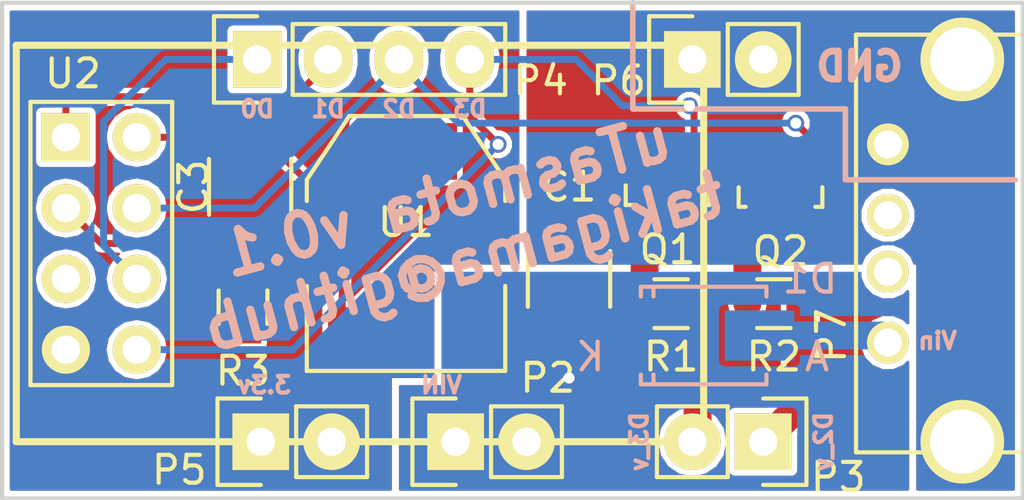
<source format=kicad_pcb>
(kicad_pcb (version 4) (host pcbnew 4.0.2+dfsg1-stable)

  (general
    (links 0)
    (no_connects 0)
    (area 144.417 100.975 201.889 130.515)
    (thickness 1.6)
    (drawings 19)
    (tracks 93)
    (zones 0)
    (modules 16)
    (nets 14)
  )

  (page A4)
  (layers
    (0 F.Cu signal hide)
    (31 B.Cu signal hide)
    (32 B.Adhes user)
    (33 F.Adhes user)
    (34 B.Paste user)
    (35 F.Paste user)
    (36 B.SilkS user)
    (37 F.SilkS user)
    (38 B.Mask user)
    (39 F.Mask user)
    (40 Dwgs.User user)
    (41 Cmts.User user)
    (42 Eco1.User user)
    (43 Eco2.User user)
    (44 Edge.Cuts user)
    (45 Margin user)
    (46 B.CrtYd user)
    (47 F.CrtYd user)
    (48 B.Fab user)
    (49 F.Fab user)
  )

  (setup
    (last_trace_width 0.25)
    (user_trace_width 0.2)
    (user_trace_width 0.4)
    (user_trace_width 0.8)
    (user_trace_width 1)
    (user_trace_width 1.2)
    (trace_clearance 0.2)
    (zone_clearance 0.2)
    (zone_45_only no)
    (trace_min 0.2)
    (segment_width 0.2)
    (edge_width 0.15)
    (via_size 0.6)
    (via_drill 0.4)
    (via_min_size 0.4)
    (via_min_drill 0.3)
    (uvia_size 0.3)
    (uvia_drill 0.1)
    (uvias_allowed no)
    (uvia_min_size 0.2)
    (uvia_min_drill 0.1)
    (pcb_text_width 0.3)
    (pcb_text_size 1.5 1.5)
    (mod_edge_width 0.15)
    (mod_text_size 1 1)
    (mod_text_width 0.15)
    (pad_size 1.524 1.524)
    (pad_drill 0.762)
    (pad_to_mask_clearance 0.2)
    (aux_axis_origin 0 0)
    (visible_elements FFFFFF7F)
    (pcbplotparams
      (layerselection 0x00030_80000001)
      (usegerberextensions false)
      (excludeedgelayer true)
      (linewidth 0.100000)
      (plotframeref false)
      (viasonmask false)
      (mode 1)
      (useauxorigin false)
      (hpglpennumber 1)
      (hpglpenspeed 20)
      (hpglpendiameter 15)
      (hpglpenoverlay 2)
      (psnegative false)
      (psa4output false)
      (plotreference true)
      (plotvalue true)
      (plotinvisibletext false)
      (padsonsilk false)
      (subtractmaskfromsilk false)
      (outputformat 1)
      (mirror false)
      (drillshape 1)
      (scaleselection 1)
      (outputdirectory ""))
  )

  (net 0 "")
  (net 1 VPP)
  (net 2 GND)
  (net 3 +3V3)
  (net 4 GPIO2_V)
  (net 5 RX_V)
  (net 6 GPIO0)
  (net 7 TX)
  (net 8 GPIO2)
  (net 9 RX)
  (net 10 "Net-(Q1-Pad3)")
  (net 11 "Net-(Q2-Pad3)")
  (net 12 "Net-(R3-Pad1)")
  (net 13 "Net-(D1-Pad2)")

  (net_class Default "This is the default net class."
    (clearance 0.2)
    (trace_width 0.25)
    (via_dia 0.6)
    (via_drill 0.4)
    (uvia_dia 0.3)
    (uvia_drill 0.1)
    (add_net +3V3)
    (add_net GND)
    (add_net GPIO0)
    (add_net GPIO2)
    (add_net GPIO2_V)
    (add_net "Net-(D1-Pad2)")
    (add_net "Net-(Q1-Pad3)")
    (add_net "Net-(Q2-Pad3)")
    (add_net "Net-(R3-Pad1)")
    (add_net RX)
    (add_net RX_V)
    (add_net TX)
    (add_net VPP)
  )

  (module TO_SOT_Packages_SMD:SOT-223 (layer F.Cu) (tedit 0) (tstamp 5B67A112)
    (at 165.862 114.3)
    (descr "module CMS SOT223 4 pins")
    (tags "CMS SOT")
    (path /5B62A08E)
    (attr smd)
    (fp_text reference U1 (at 0 -0.762) (layer F.SilkS)
      (effects (font (size 1 1) (thickness 0.15)))
    )
    (fp_text value AP1117 (at -2.032 15.24) (layer F.Fab)
      (effects (font (size 1 1) (thickness 0.15)))
    )
    (fp_line (start -3.556 1.524) (end -3.556 4.572) (layer F.SilkS) (width 0.15))
    (fp_line (start -3.556 4.572) (end 3.556 4.572) (layer F.SilkS) (width 0.15))
    (fp_line (start 3.556 4.572) (end 3.556 1.524) (layer F.SilkS) (width 0.15))
    (fp_line (start -3.556 -1.524) (end -3.556 -2.286) (layer F.SilkS) (width 0.15))
    (fp_line (start -3.556 -2.286) (end -2.032 -4.572) (layer F.SilkS) (width 0.15))
    (fp_line (start -2.032 -4.572) (end 2.032 -4.572) (layer F.SilkS) (width 0.15))
    (fp_line (start 2.032 -4.572) (end 3.556 -2.286) (layer F.SilkS) (width 0.15))
    (fp_line (start 3.556 -2.286) (end 3.556 -1.524) (layer F.SilkS) (width 0.15))
    (pad 4 smd rect (at 0 -3.302) (size 3.6576 2.032) (layers F.Cu F.Paste F.Mask))
    (pad 2 smd rect (at 0 3.302) (size 1.016 2.032) (layers F.Cu F.Paste F.Mask)
      (net 3 +3V3))
    (pad 3 smd rect (at 2.286 3.302) (size 1.016 2.032) (layers F.Cu F.Paste F.Mask)
      (net 1 VPP))
    (pad 1 smd rect (at -2.286 3.302) (size 1.016 2.032) (layers F.Cu F.Paste F.Mask)
      (net 2 GND))
    (model TO_SOT_Packages_SMD.3dshapes/SOT-223.wrl
      (at (xyz 0 0 0))
      (scale (xyz 0.4 0.4 0.4))
      (rotate (xyz 0 0 0))
    )
  )

  (module ESP8266:ESP-01 (layer F.Cu) (tedit 577EF889) (tstamp 5B609238)
    (at 153.67 110.49)
    (descr "Module, ESP-8266, ESP-01, 8 pin")
    (tags "Module ESP-8266 ESP8266")
    (path /580E0E4A)
    (fp_text reference U2 (at 0.254 -2.286) (layer F.SilkS)
      (effects (font (size 1 1) (thickness 0.15)))
    )
    (fp_text value ESP-01v090 (at -8.128 3.302 90) (layer F.Fab)
      (effects (font (size 1 1) (thickness 0.15)))
    )
    (fp_line (start -1.778 -3.302) (end 22.86 -3.302) (layer F.SilkS) (width 0.254))
    (fp_line (start 22.86 -3.302) (end 22.86 10.922) (layer F.SilkS) (width 0.254))
    (fp_line (start 22.86 10.922) (end -1.778 10.922) (layer F.SilkS) (width 0.254))
    (fp_line (start -1.778 10.922) (end -1.778 -3.302) (layer F.SilkS) (width 0.254))
    (fp_line (start -1.778 -3.302) (end 22.86 -3.302) (layer F.Fab) (width 0.05))
    (fp_line (start 22.86 -3.302) (end 22.86 10.922) (layer F.Fab) (width 0.05))
    (fp_line (start 22.86 10.922) (end -1.778 10.922) (layer F.Fab) (width 0.05))
    (fp_line (start -1.778 10.922) (end -1.778 -3.302) (layer F.Fab) (width 0.05))
    (fp_line (start 1.27 -1.27) (end -1.27 -1.27) (layer F.SilkS) (width 0.1524))
    (fp_line (start -1.27 -1.27) (end -1.27 1.27) (layer F.SilkS) (width 0.1524))
    (fp_line (start -1.75 -1.75) (end -1.75 9.4) (layer F.CrtYd) (width 0.05))
    (fp_line (start 4.3 -1.75) (end 4.3 9.4) (layer F.CrtYd) (width 0.05))
    (fp_line (start -1.75 -1.75) (end 4.3 -1.75) (layer F.CrtYd) (width 0.05))
    (fp_line (start -1.75 9.4) (end 4.3 9.4) (layer F.CrtYd) (width 0.05))
    (fp_line (start -1.27 1.27) (end -1.27 8.89) (layer F.SilkS) (width 0.1524))
    (fp_line (start -1.27 8.89) (end 3.81 8.89) (layer F.SilkS) (width 0.1524))
    (fp_line (start 3.81 8.89) (end 3.81 -1.27) (layer F.SilkS) (width 0.1524))
    (fp_line (start 3.81 -1.27) (end 1.27 -1.27) (layer F.SilkS) (width 0.1524))
    (pad 1 thru_hole rect (at 0 0) (size 1.7272 1.7272) (drill 1.016) (layers *.Cu *.Mask F.SilkS)
      (net 7 TX))
    (pad 2 thru_hole oval (at 2.54 0) (size 1.7272 1.7272) (drill 1.016) (layers *.Cu *.Mask F.SilkS)
      (net 2 GND))
    (pad 3 thru_hole oval (at 0 2.54) (size 1.7272 1.7272) (drill 1.016) (layers *.Cu *.Mask F.SilkS)
      (net 12 "Net-(R3-Pad1)"))
    (pad 4 thru_hole oval (at 2.54 2.54) (size 1.7272 1.7272) (drill 1.016) (layers *.Cu *.Mask F.SilkS)
      (net 8 GPIO2))
    (pad 5 thru_hole oval (at 0 5.08) (size 1.7272 1.7272) (drill 1.016) (layers *.Cu *.Mask F.SilkS))
    (pad 6 thru_hole oval (at 2.54 5.08) (size 1.7272 1.7272) (drill 1.016) (layers *.Cu *.Mask F.SilkS)
      (net 6 GPIO0))
    (pad 7 thru_hole oval (at 0 7.62) (size 1.7272 1.7272) (drill 1.016) (layers *.Cu *.Mask F.SilkS)
      (net 3 +3V3))
    (pad 8 thru_hole oval (at 2.54 7.62) (size 1.7272 1.7272) (drill 1.016) (layers *.Cu *.Mask F.SilkS)
      (net 9 RX))
  )

  (module Pin_Headers:Pin_Header_Straight_1x02 (layer F.Cu) (tedit 54EA090C) (tstamp 5B6091AE)
    (at 167.64 121.412 90)
    (descr "Through hole pin header")
    (tags "pin header")
    (path /5B60A2AE)
    (fp_text reference P2 (at 2.286 3.302 180) (layer F.SilkS)
      (effects (font (size 1 1) (thickness 0.15)))
    )
    (fp_text value CONN_01X02 (at -5.842 1.524 180) (layer F.Fab)
      (effects (font (size 1 1) (thickness 0.15)))
    )
    (fp_line (start 1.27 1.27) (end 1.27 3.81) (layer F.SilkS) (width 0.15))
    (fp_line (start 1.55 -1.55) (end 1.55 0) (layer F.SilkS) (width 0.15))
    (fp_line (start -1.75 -1.75) (end -1.75 4.3) (layer F.CrtYd) (width 0.05))
    (fp_line (start 1.75 -1.75) (end 1.75 4.3) (layer F.CrtYd) (width 0.05))
    (fp_line (start -1.75 -1.75) (end 1.75 -1.75) (layer F.CrtYd) (width 0.05))
    (fp_line (start -1.75 4.3) (end 1.75 4.3) (layer F.CrtYd) (width 0.05))
    (fp_line (start 1.27 1.27) (end -1.27 1.27) (layer F.SilkS) (width 0.15))
    (fp_line (start -1.55 0) (end -1.55 -1.55) (layer F.SilkS) (width 0.15))
    (fp_line (start -1.55 -1.55) (end 1.55 -1.55) (layer F.SilkS) (width 0.15))
    (fp_line (start -1.27 1.27) (end -1.27 3.81) (layer F.SilkS) (width 0.15))
    (fp_line (start -1.27 3.81) (end 1.27 3.81) (layer F.SilkS) (width 0.15))
    (pad 1 thru_hole rect (at 0 0 90) (size 2.032 2.032) (drill 1.016) (layers *.Cu *.Mask F.SilkS)
      (net 1 VPP))
    (pad 2 thru_hole oval (at 0 2.54 90) (size 2.032 2.032) (drill 1.016) (layers *.Cu *.Mask F.SilkS)
      (net 1 VPP))
    (model Pin_Headers.3dshapes/Pin_Header_Straight_1x02.wrl
      (at (xyz 0 -0.05 0))
      (scale (xyz 1 1 1))
      (rotate (xyz 0 0 90))
    )
  )

  (module Pin_Headers:Pin_Header_Straight_1x02 (layer F.Cu) (tedit 54EA090C) (tstamp 5B6091BF)
    (at 178.665 121.412 270)
    (descr "Through hole pin header")
    (tags "pin header")
    (path /5B60A170)
    (fp_text reference P3 (at 1.27 -2.691 360) (layer F.SilkS)
      (effects (font (size 1 1) (thickness 0.15)))
    )
    (fp_text value CONN_01X02 (at 3.302 0.127 360) (layer F.Fab)
      (effects (font (size 1 1) (thickness 0.15)))
    )
    (fp_line (start 1.27 1.27) (end 1.27 3.81) (layer F.SilkS) (width 0.15))
    (fp_line (start 1.55 -1.55) (end 1.55 0) (layer F.SilkS) (width 0.15))
    (fp_line (start -1.75 -1.75) (end -1.75 4.3) (layer F.CrtYd) (width 0.05))
    (fp_line (start 1.75 -1.75) (end 1.75 4.3) (layer F.CrtYd) (width 0.05))
    (fp_line (start -1.75 -1.75) (end 1.75 -1.75) (layer F.CrtYd) (width 0.05))
    (fp_line (start -1.75 4.3) (end 1.75 4.3) (layer F.CrtYd) (width 0.05))
    (fp_line (start 1.27 1.27) (end -1.27 1.27) (layer F.SilkS) (width 0.15))
    (fp_line (start -1.55 0) (end -1.55 -1.55) (layer F.SilkS) (width 0.15))
    (fp_line (start -1.55 -1.55) (end 1.55 -1.55) (layer F.SilkS) (width 0.15))
    (fp_line (start -1.27 1.27) (end -1.27 3.81) (layer F.SilkS) (width 0.15))
    (fp_line (start -1.27 3.81) (end 1.27 3.81) (layer F.SilkS) (width 0.15))
    (pad 1 thru_hole rect (at 0 0 270) (size 2.032 2.032) (drill 1.016) (layers *.Cu *.Mask F.SilkS)
      (net 4 GPIO2_V))
    (pad 2 thru_hole oval (at 0 2.54 270) (size 2.032 2.032) (drill 1.016) (layers *.Cu *.Mask F.SilkS)
      (net 5 RX_V))
    (model Pin_Headers.3dshapes/Pin_Header_Straight_1x02.wrl
      (at (xyz 0 -0.05 0))
      (scale (xyz 1 1 1))
      (rotate (xyz 0 0 90))
    )
  )

  (module Pin_Headers:Pin_Header_Straight_1x04 (layer F.Cu) (tedit 0) (tstamp 5B6091D2)
    (at 160.528 107.696 90)
    (descr "Through hole pin header")
    (tags "pin header")
    (path /5B609048)
    (fp_text reference P4 (at -0.762 10.16 180) (layer F.SilkS)
      (effects (font (size 1 1) (thickness 0.15)))
    )
    (fp_text value CONN_01X04 (at 3.048 3.81 180) (layer F.Fab)
      (effects (font (size 1 1) (thickness 0.15)))
    )
    (fp_line (start -1.75 -1.75) (end -1.75 9.4) (layer F.CrtYd) (width 0.05))
    (fp_line (start 1.75 -1.75) (end 1.75 9.4) (layer F.CrtYd) (width 0.05))
    (fp_line (start -1.75 -1.75) (end 1.75 -1.75) (layer F.CrtYd) (width 0.05))
    (fp_line (start -1.75 9.4) (end 1.75 9.4) (layer F.CrtYd) (width 0.05))
    (fp_line (start -1.27 1.27) (end -1.27 8.89) (layer F.SilkS) (width 0.15))
    (fp_line (start 1.27 1.27) (end 1.27 8.89) (layer F.SilkS) (width 0.15))
    (fp_line (start 1.55 -1.55) (end 1.55 0) (layer F.SilkS) (width 0.15))
    (fp_line (start -1.27 8.89) (end 1.27 8.89) (layer F.SilkS) (width 0.15))
    (fp_line (start 1.27 1.27) (end -1.27 1.27) (layer F.SilkS) (width 0.15))
    (fp_line (start -1.55 0) (end -1.55 -1.55) (layer F.SilkS) (width 0.15))
    (fp_line (start -1.55 -1.55) (end 1.55 -1.55) (layer F.SilkS) (width 0.15))
    (pad 1 thru_hole rect (at 0 0 90) (size 2.032 1.7272) (drill 1.016) (layers *.Cu *.Mask F.SilkS)
      (net 6 GPIO0))
    (pad 2 thru_hole oval (at 0 2.54 90) (size 2.032 1.7272) (drill 1.016) (layers *.Cu *.Mask F.SilkS)
      (net 7 TX))
    (pad 3 thru_hole oval (at 0 5.08 90) (size 2.032 1.7272) (drill 1.016) (layers *.Cu *.Mask F.SilkS)
      (net 8 GPIO2))
    (pad 4 thru_hole oval (at 0 7.62 90) (size 2.032 1.7272) (drill 1.016) (layers *.Cu *.Mask F.SilkS)
      (net 9 RX))
    (model Pin_Headers.3dshapes/Pin_Header_Straight_1x04.wrl
      (at (xyz 0 -0.15 0))
      (scale (xyz 1 1 1))
      (rotate (xyz 0 0 90))
    )
  )

  (module Resistors_SMD:R_0805 (layer F.Cu) (tedit 5415CDEB) (tstamp 5B6091FE)
    (at 175.363 116.459)
    (descr "Resistor SMD 0805, reflow soldering, Vishay (see dcrcw.pdf)")
    (tags "resistor 0805")
    (path /5B609C6F)
    (attr smd)
    (fp_text reference R1 (at 0 1.905) (layer F.SilkS)
      (effects (font (size 1 1) (thickness 0.15)))
    )
    (fp_text value X (at 2.921 10.541) (layer F.Fab)
      (effects (font (size 1 1) (thickness 0.15)))
    )
    (fp_line (start -1.6 -1) (end 1.6 -1) (layer F.CrtYd) (width 0.05))
    (fp_line (start -1.6 1) (end 1.6 1) (layer F.CrtYd) (width 0.05))
    (fp_line (start -1.6 -1) (end -1.6 1) (layer F.CrtYd) (width 0.05))
    (fp_line (start 1.6 -1) (end 1.6 1) (layer F.CrtYd) (width 0.05))
    (fp_line (start 0.6 0.875) (end -0.6 0.875) (layer F.SilkS) (width 0.15))
    (fp_line (start -0.6 -0.875) (end 0.6 -0.875) (layer F.SilkS) (width 0.15))
    (pad 1 smd rect (at -0.95 0) (size 0.7 1.3) (layers F.Cu F.Paste F.Mask)
      (net 10 "Net-(Q1-Pad3)"))
    (pad 2 smd rect (at 0.95 0) (size 0.7 1.3) (layers F.Cu F.Paste F.Mask)
      (net 5 RX_V))
    (model Resistors_SMD.3dshapes/R_0805.wrl
      (at (xyz 0 0 0))
      (scale (xyz 1 1 1))
      (rotate (xyz 0 0 0))
    )
  )

  (module Resistors_SMD:R_0805 (layer F.Cu) (tedit 5415CDEB) (tstamp 5B60920A)
    (at 179.046 116.459)
    (descr "Resistor SMD 0805, reflow soldering, Vishay (see dcrcw.pdf)")
    (tags "resistor 0805")
    (path /5B60A014)
    (attr smd)
    (fp_text reference R2 (at 0 1.905) (layer F.SilkS)
      (effects (font (size 1 1) (thickness 0.15)))
    )
    (fp_text value X (at 1.778 10.795) (layer F.Fab)
      (effects (font (size 1 1) (thickness 0.15)))
    )
    (fp_line (start -1.6 -1) (end 1.6 -1) (layer F.CrtYd) (width 0.05))
    (fp_line (start -1.6 1) (end 1.6 1) (layer F.CrtYd) (width 0.05))
    (fp_line (start -1.6 -1) (end -1.6 1) (layer F.CrtYd) (width 0.05))
    (fp_line (start 1.6 -1) (end 1.6 1) (layer F.CrtYd) (width 0.05))
    (fp_line (start 0.6 0.875) (end -0.6 0.875) (layer F.SilkS) (width 0.15))
    (fp_line (start -0.6 -0.875) (end 0.6 -0.875) (layer F.SilkS) (width 0.15))
    (pad 1 smd rect (at -0.95 0) (size 0.7 1.3) (layers F.Cu F.Paste F.Mask)
      (net 11 "Net-(Q2-Pad3)"))
    (pad 2 smd rect (at 0.95 0) (size 0.7 1.3) (layers F.Cu F.Paste F.Mask)
      (net 4 GPIO2_V))
    (model Resistors_SMD.3dshapes/R_0805.wrl
      (at (xyz 0 0 0))
      (scale (xyz 1 1 1))
      (rotate (xyz 0 0 0))
    )
  )

  (module Pin_Headers:Pin_Header_Straight_1x02 (layer F.Cu) (tedit 54EA090C) (tstamp 5B6095E1)
    (at 160.655 121.412 90)
    (descr "Through hole pin header")
    (tags "pin header")
    (path /5B609437)
    (fp_text reference P5 (at -1.016 -2.921 180) (layer F.SilkS)
      (effects (font (size 1 1) (thickness 0.15)))
    )
    (fp_text value CONN_01X02 (at -3.556 0.635 180) (layer F.Fab)
      (effects (font (size 1 1) (thickness 0.15)))
    )
    (fp_line (start 1.27 1.27) (end 1.27 3.81) (layer F.SilkS) (width 0.15))
    (fp_line (start 1.55 -1.55) (end 1.55 0) (layer F.SilkS) (width 0.15))
    (fp_line (start -1.75 -1.75) (end -1.75 4.3) (layer F.CrtYd) (width 0.05))
    (fp_line (start 1.75 -1.75) (end 1.75 4.3) (layer F.CrtYd) (width 0.05))
    (fp_line (start -1.75 -1.75) (end 1.75 -1.75) (layer F.CrtYd) (width 0.05))
    (fp_line (start -1.75 4.3) (end 1.75 4.3) (layer F.CrtYd) (width 0.05))
    (fp_line (start 1.27 1.27) (end -1.27 1.27) (layer F.SilkS) (width 0.15))
    (fp_line (start -1.55 0) (end -1.55 -1.55) (layer F.SilkS) (width 0.15))
    (fp_line (start -1.55 -1.55) (end 1.55 -1.55) (layer F.SilkS) (width 0.15))
    (fp_line (start -1.27 1.27) (end -1.27 3.81) (layer F.SilkS) (width 0.15))
    (fp_line (start -1.27 3.81) (end 1.27 3.81) (layer F.SilkS) (width 0.15))
    (pad 1 thru_hole rect (at 0 0 90) (size 2.032 2.032) (drill 1.016) (layers *.Cu *.Mask F.SilkS)
      (net 3 +3V3))
    (pad 2 thru_hole oval (at 0 2.54 90) (size 2.032 2.032) (drill 1.016) (layers *.Cu *.Mask F.SilkS)
      (net 3 +3V3))
    (model Pin_Headers.3dshapes/Pin_Header_Straight_1x02.wrl
      (at (xyz 0 -0.05 0))
      (scale (xyz 1 1 1))
      (rotate (xyz 0 0 90))
    )
  )

  (module Resistors_SMD:R_0805 (layer F.Cu) (tedit 5415CDEB) (tstamp 5B60FBB1)
    (at 160.02 116.586 90)
    (descr "Resistor SMD 0805, reflow soldering, Vishay (see dcrcw.pdf)")
    (tags "resistor 0805")
    (path /5B609852)
    (attr smd)
    (fp_text reference R3 (at -2.286 0 180) (layer F.SilkS)
      (effects (font (size 1 1) (thickness 0.15)))
    )
    (fp_text value 10k (at -9.718 -1.27 180) (layer F.Fab)
      (effects (font (size 1 1) (thickness 0.15)))
    )
    (fp_line (start -1.6 -1) (end 1.6 -1) (layer F.CrtYd) (width 0.05))
    (fp_line (start -1.6 1) (end 1.6 1) (layer F.CrtYd) (width 0.05))
    (fp_line (start -1.6 -1) (end -1.6 1) (layer F.CrtYd) (width 0.05))
    (fp_line (start 1.6 -1) (end 1.6 1) (layer F.CrtYd) (width 0.05))
    (fp_line (start 0.6 0.875) (end -0.6 0.875) (layer F.SilkS) (width 0.15))
    (fp_line (start -0.6 -0.875) (end 0.6 -0.875) (layer F.SilkS) (width 0.15))
    (pad 1 smd rect (at -0.95 0 90) (size 0.7 1.3) (layers F.Cu F.Paste F.Mask)
      (net 12 "Net-(R3-Pad1)"))
    (pad 2 smd rect (at 0.95 0 90) (size 0.7 1.3) (layers F.Cu F.Paste F.Mask)
      (net 3 +3V3))
    (model Resistors_SMD.3dshapes/R_0805.wrl
      (at (xyz 0 0 0))
      (scale (xyz 1 1 1))
      (rotate (xyz 0 0 0))
    )
  )

  (module Pin_Headers:Pin_Header_Straight_1x02 (layer F.Cu) (tedit 54EA090C) (tstamp 5B6162B3)
    (at 176.125 107.696 90)
    (descr "Through hole pin header")
    (tags "pin header")
    (path /5B60A070)
    (fp_text reference P6 (at -0.762 -2.643 180) (layer F.SilkS)
      (effects (font (size 1 1) (thickness 0.15)))
    )
    (fp_text value CONN_01X02 (at 2.794 1.143 180) (layer F.Fab)
      (effects (font (size 1 1) (thickness 0.15)))
    )
    (fp_line (start 1.27 1.27) (end 1.27 3.81) (layer F.SilkS) (width 0.15))
    (fp_line (start 1.55 -1.55) (end 1.55 0) (layer F.SilkS) (width 0.15))
    (fp_line (start -1.75 -1.75) (end -1.75 4.3) (layer F.CrtYd) (width 0.05))
    (fp_line (start 1.75 -1.75) (end 1.75 4.3) (layer F.CrtYd) (width 0.05))
    (fp_line (start -1.75 -1.75) (end 1.75 -1.75) (layer F.CrtYd) (width 0.05))
    (fp_line (start -1.75 4.3) (end 1.75 4.3) (layer F.CrtYd) (width 0.05))
    (fp_line (start 1.27 1.27) (end -1.27 1.27) (layer F.SilkS) (width 0.15))
    (fp_line (start -1.55 0) (end -1.55 -1.55) (layer F.SilkS) (width 0.15))
    (fp_line (start -1.55 -1.55) (end 1.55 -1.55) (layer F.SilkS) (width 0.15))
    (fp_line (start -1.27 1.27) (end -1.27 3.81) (layer F.SilkS) (width 0.15))
    (fp_line (start -1.27 3.81) (end 1.27 3.81) (layer F.SilkS) (width 0.15))
    (pad 1 thru_hole rect (at 0 0 90) (size 2.032 2.032) (drill 1.016) (layers *.Cu *.Mask F.SilkS)
      (net 2 GND))
    (pad 2 thru_hole oval (at 0 2.54 90) (size 2.032 2.032) (drill 1.016) (layers *.Cu *.Mask F.SilkS)
      (net 2 GND))
    (model Pin_Headers.3dshapes/Pin_Header_Straight_1x02.wrl
      (at (xyz 0 -0.05 0))
      (scale (xyz 1 1 1))
      (rotate (xyz 0 0 90))
    )
  )

  (module Connect:USB_A (layer F.Cu) (tedit 5543E289) (tstamp 5B6220FE)
    (at 183.13612 117.85686 90)
    (descr "USB A connector")
    (tags "USB USB_A")
    (path /5B61BC7A)
    (fp_text reference P7 (at 0.25486 -2.03412 90) (layer F.SilkS)
      (effects (font (size 1 1) (thickness 0.15)))
    )
    (fp_text value USB_A (at 3.55686 17.77788 90) (layer F.Fab)
      (effects (font (size 1 1) (thickness 0.15)))
    )
    (fp_line (start -5.3 13.2) (end -5.3 -1.4) (layer F.CrtYd) (width 0.05))
    (fp_line (start 11.95 -1.4) (end 11.95 13.2) (layer F.CrtYd) (width 0.05))
    (fp_line (start -5.3 13.2) (end 11.95 13.2) (layer F.CrtYd) (width 0.05))
    (fp_line (start -5.3 -1.4) (end 11.95 -1.4) (layer F.CrtYd) (width 0.05))
    (fp_line (start 11.04986 -1.14512) (end 11.04986 12.95188) (layer F.SilkS) (width 0.15))
    (fp_line (start -3.93614 12.95188) (end -3.93614 -1.14512) (layer F.SilkS) (width 0.15))
    (fp_line (start 11.04986 -1.14512) (end -3.93614 -1.14512) (layer F.SilkS) (width 0.15))
    (fp_line (start 11.04986 12.95188) (end -3.93614 12.95188) (layer F.SilkS) (width 0.15))
    (pad 4 thru_hole circle (at 7.11286 -0.00212) (size 1.50114 1.50114) (drill 1.00076) (layers *.Cu *.Mask F.SilkS)
      (net 2 GND))
    (pad 3 thru_hole circle (at 4.57286 -0.00212) (size 1.50114 1.50114) (drill 1.00076) (layers *.Cu *.Mask F.SilkS))
    (pad 2 thru_hole circle (at 2.54086 -0.00212) (size 1.50114 1.50114) (drill 1.00076) (layers *.Cu *.Mask F.SilkS))
    (pad 1 thru_hole circle (at 0.00086 -0.00212) (size 1.50114 1.50114) (drill 1.00076) (layers *.Cu *.Mask F.SilkS)
      (net 13 "Net-(D1-Pad2)"))
    (pad 5 thru_hole circle (at 10.16086 2.66488) (size 2.99974 2.99974) (drill 2.30124) (layers *.Cu *.Mask F.SilkS)
      (net 2 GND))
    (pad 5 thru_hole circle (at -3.55514 2.66488) (size 2.99974 2.99974) (drill 2.30124) (layers *.Cu *.Mask F.SilkS)
      (net 2 GND))
    (model Connect.3dshapes/USB_A.wrl
      (at (xyz 0.14 0 0))
      (scale (xyz 1 1 1))
      (rotate (xyz 0 0 90))
    )
  )

  (module Diodes_SMD:SMA_Standard (layer B.Cu) (tedit 552FF239) (tstamp 5B62E9E4)
    (at 176.53 117.602)
    (descr "Diode SMA")
    (tags "Diode SMA")
    (path /5B61C310)
    (attr smd)
    (fp_text reference D1 (at 3.81 -2.032) (layer B.SilkS)
      (effects (font (size 1 1) (thickness 0.15)) (justify mirror))
    )
    (fp_text value D (at 0 2.032) (layer B.Fab)
      (effects (font (size 1 1) (thickness 0.15)) (justify mirror))
    )
    (fp_line (start -3.5 2) (end 3.5 2) (layer B.CrtYd) (width 0.05))
    (fp_line (start 3.5 2) (end 3.5 -2) (layer B.CrtYd) (width 0.05))
    (fp_line (start 3.5 -2) (end -3.5 -2) (layer B.CrtYd) (width 0.05))
    (fp_line (start -3.5 -2) (end -3.5 2) (layer B.CrtYd) (width 0.05))
    (fp_text user K (at -4.064 0.762) (layer B.SilkS)
      (effects (font (size 1 1) (thickness 0.15)) (justify mirror))
    )
    (fp_text user A (at 4.064 0.762) (layer B.SilkS)
      (effects (font (size 1 1) (thickness 0.15)) (justify mirror))
    )
    (fp_circle (center 0 0) (end 0.20066 0.0508) (layer B.Adhes) (width 0.381))
    (fp_line (start -1.79914 -1.75006) (end -1.79914 -1.39954) (layer B.SilkS) (width 0.15))
    (fp_line (start -1.79914 1.75006) (end -1.79914 1.39954) (layer B.SilkS) (width 0.15))
    (fp_line (start 2.25044 -1.75006) (end 2.25044 -1.39954) (layer B.SilkS) (width 0.15))
    (fp_line (start -2.25044 -1.75006) (end -2.25044 -1.39954) (layer B.SilkS) (width 0.15))
    (fp_line (start -2.25044 1.75006) (end -2.25044 1.39954) (layer B.SilkS) (width 0.15))
    (fp_line (start 2.25044 1.75006) (end 2.25044 1.39954) (layer B.SilkS) (width 0.15))
    (fp_line (start -2.25044 -1.75006) (end 2.25044 -1.75006) (layer B.SilkS) (width 0.15))
    (fp_line (start -2.25044 1.75006) (end 2.25044 1.75006) (layer B.SilkS) (width 0.15))
    (pad 1 smd rect (at -1.99898 0) (size 2.49936 1.80086) (layers B.Cu B.Paste B.Mask)
      (net 1 VPP))
    (pad 2 smd rect (at 1.99898 0) (size 2.49936 1.80086) (layers B.Cu B.Paste B.Mask)
      (net 13 "Net-(D1-Pad2)"))
    (model Diodes_SMD.3dshapes/SMA_Standard.wrl
      (at (xyz 0 0 0))
      (scale (xyz 0.3937 0.3937 0.3937))
      (rotate (xyz 0 0 180))
    )
  )

  (module TO_SOT_Packages_SMD:SOT-23 (layer F.Cu) (tedit 553634F8) (tstamp 5B6AEEA0)
    (at 175.236 112.268 180)
    (descr "SOT-23, Standard")
    (tags SOT-23)
    (path /580E1D98)
    (attr smd)
    (fp_text reference Q1 (at 0 -2.25 180) (layer F.SilkS)
      (effects (font (size 1 1) (thickness 0.15)))
    )
    (fp_text value IRLML6244 (at 0.836 9.968 180) (layer F.Fab)
      (effects (font (size 1 1) (thickness 0.15)))
    )
    (fp_line (start -1.65 -1.6) (end 1.65 -1.6) (layer F.CrtYd) (width 0.05))
    (fp_line (start 1.65 -1.6) (end 1.65 1.6) (layer F.CrtYd) (width 0.05))
    (fp_line (start 1.65 1.6) (end -1.65 1.6) (layer F.CrtYd) (width 0.05))
    (fp_line (start -1.65 1.6) (end -1.65 -1.6) (layer F.CrtYd) (width 0.05))
    (fp_line (start 1.29916 -0.65024) (end 1.2509 -0.65024) (layer F.SilkS) (width 0.15))
    (fp_line (start -1.49982 0.0508) (end -1.49982 -0.65024) (layer F.SilkS) (width 0.15))
    (fp_line (start -1.49982 -0.65024) (end -1.2509 -0.65024) (layer F.SilkS) (width 0.15))
    (fp_line (start 1.29916 -0.65024) (end 1.49982 -0.65024) (layer F.SilkS) (width 0.15))
    (fp_line (start 1.49982 -0.65024) (end 1.49982 0.0508) (layer F.SilkS) (width 0.15))
    (pad 1 smd rect (at -0.95 1.00076 180) (size 0.8001 0.8001) (layers F.Cu F.Paste F.Mask)
      (net 9 RX))
    (pad 2 smd rect (at 0.95 1.00076 180) (size 0.8001 0.8001) (layers F.Cu F.Paste F.Mask)
      (net 2 GND))
    (pad 3 smd rect (at 0 -0.99822 180) (size 0.8001 0.8001) (layers F.Cu F.Paste F.Mask)
      (net 10 "Net-(Q1-Pad3)"))
    (model TO_SOT_Packages_SMD.3dshapes/SOT-23.wrl
      (at (xyz 0 0 0))
      (scale (xyz 1 1 1))
      (rotate (xyz 0 0 0))
    )
  )

  (module TO_SOT_Packages_SMD:SOT-23 (layer F.Cu) (tedit 553634F8) (tstamp 5B6AEEAF)
    (at 179.28476 112.334 180)
    (descr "SOT-23, Standard")
    (tags SOT-23)
    (path /5B60A003)
    (attr smd)
    (fp_text reference Q2 (at 0 -2.25 180) (layer F.SilkS)
      (effects (font (size 1 1) (thickness 0.15)))
    )
    (fp_text value IRLML6244 (at -3.31524 10.234 180) (layer F.Fab)
      (effects (font (size 1 1) (thickness 0.15)))
    )
    (fp_line (start -1.65 -1.6) (end 1.65 -1.6) (layer F.CrtYd) (width 0.05))
    (fp_line (start 1.65 -1.6) (end 1.65 1.6) (layer F.CrtYd) (width 0.05))
    (fp_line (start 1.65 1.6) (end -1.65 1.6) (layer F.CrtYd) (width 0.05))
    (fp_line (start -1.65 1.6) (end -1.65 -1.6) (layer F.CrtYd) (width 0.05))
    (fp_line (start 1.29916 -0.65024) (end 1.2509 -0.65024) (layer F.SilkS) (width 0.15))
    (fp_line (start -1.49982 0.0508) (end -1.49982 -0.65024) (layer F.SilkS) (width 0.15))
    (fp_line (start -1.49982 -0.65024) (end -1.2509 -0.65024) (layer F.SilkS) (width 0.15))
    (fp_line (start 1.29916 -0.65024) (end 1.49982 -0.65024) (layer F.SilkS) (width 0.15))
    (fp_line (start 1.49982 -0.65024) (end 1.49982 0.0508) (layer F.SilkS) (width 0.15))
    (pad 1 smd rect (at -0.95 1.00076 180) (size 0.8001 0.8001) (layers F.Cu F.Paste F.Mask)
      (net 8 GPIO2))
    (pad 2 smd rect (at 0.95 1.00076 180) (size 0.8001 0.8001) (layers F.Cu F.Paste F.Mask)
      (net 2 GND))
    (pad 3 smd rect (at 0 -0.99822 180) (size 0.8001 0.8001) (layers F.Cu F.Paste F.Mask)
      (net 11 "Net-(Q2-Pad3)"))
    (model TO_SOT_Packages_SMD.3dshapes/SOT-23.wrl
      (at (xyz 0 0 0))
      (scale (xyz 1 1 1))
      (rotate (xyz 0 0 0))
    )
  )

  (module Capacitors_SMD:C_1210 (layer F.Cu) (tedit 5415D85D) (tstamp 5B63C332)
    (at 160.274 112.268 90)
    (descr "Capacitor SMD 1210, reflow soldering, AVX (see smccp.pdf)")
    (tags "capacitor 1210")
    (path /580E12CC)
    (attr smd)
    (fp_text reference C3 (at 0 -2.032 270) (layer F.SilkS)
      (effects (font (size 1 1) (thickness 0.15)))
    )
    (fp_text value 10uf (at 0 2.7 90) (layer F.Fab)
      (effects (font (size 1 1) (thickness 0.15)))
    )
    (fp_line (start -2.3 -1.6) (end 2.3 -1.6) (layer F.CrtYd) (width 0.05))
    (fp_line (start -2.3 1.6) (end 2.3 1.6) (layer F.CrtYd) (width 0.05))
    (fp_line (start -2.3 -1.6) (end -2.3 1.6) (layer F.CrtYd) (width 0.05))
    (fp_line (start 2.3 -1.6) (end 2.3 1.6) (layer F.CrtYd) (width 0.05))
    (fp_line (start 1 -1.475) (end -1 -1.475) (layer F.SilkS) (width 0.15))
    (fp_line (start -1 1.475) (end 1 1.475) (layer F.SilkS) (width 0.15))
    (pad 1 smd rect (at -1.5 0 90) (size 1 2.5) (layers F.Cu F.Paste F.Mask)
      (net 3 +3V3))
    (pad 2 smd rect (at 1.5 0 90) (size 1 2.5) (layers F.Cu F.Paste F.Mask)
      (net 2 GND))
    (model Capacitors_SMD.3dshapes/C_1210.wrl
      (at (xyz 0 0 0))
      (scale (xyz 1 1 1))
      (rotate (xyz 0 0 0))
    )
  )

  (module Capacitors_SMD:C_1210 (layer F.Cu) (tedit 5415D85D) (tstamp 5B63E7B2)
    (at 171.704 115.57 90)
    (descr "Capacitor SMD 1210, reflow soldering, AVX (see smccp.pdf)")
    (tags "capacitor 1210")
    (path /580E10B5)
    (attr smd)
    (fp_text reference C1 (at 3.302 0 180) (layer F.SilkS)
      (effects (font (size 1 1) (thickness 0.15)))
    )
    (fp_text value 10uf (at 0 2.7 90) (layer F.Fab)
      (effects (font (size 1 1) (thickness 0.15)))
    )
    (fp_line (start -2.3 -1.6) (end 2.3 -1.6) (layer F.CrtYd) (width 0.05))
    (fp_line (start -2.3 1.6) (end 2.3 1.6) (layer F.CrtYd) (width 0.05))
    (fp_line (start -2.3 -1.6) (end -2.3 1.6) (layer F.CrtYd) (width 0.05))
    (fp_line (start 2.3 -1.6) (end 2.3 1.6) (layer F.CrtYd) (width 0.05))
    (fp_line (start 1 -1.475) (end -1 -1.475) (layer F.SilkS) (width 0.15))
    (fp_line (start -1 1.475) (end 1 1.475) (layer F.SilkS) (width 0.15))
    (pad 1 smd rect (at -1.5 0 90) (size 1 2.5) (layers F.Cu F.Paste F.Mask)
      (net 1 VPP))
    (pad 2 smd rect (at 1.5 0 90) (size 1 2.5) (layers F.Cu F.Paste F.Mask)
      (net 2 GND))
    (model Capacitors_SMD.3dshapes/C_1210.wrl
      (at (xyz 0 0 0))
      (scale (xyz 1 1 1))
      (rotate (xyz 0 0 0))
    )
  )

  (gr_text D3_v (at 174.22 121.412 90) (layer B.SilkS) (tstamp 5B628E3D)
    (effects (font (size 0.6 0.6) (thickness 0.15)) (justify mirror))
  )
  (gr_text D2_v (at 180.824 121.412 90) (layer B.SilkS) (tstamp 5B628E2C)
    (effects (font (size 0.6 0.6) (thickness 0.15)) (justify mirror))
  )
  (gr_text VIN (at 167.132 119.38) (layer B.SilkS) (tstamp 5B628E09)
    (effects (font (size 0.6 0.6) (thickness 0.15)) (justify mirror))
  )
  (gr_text 3.3v (at 160.782 119.38) (layer B.SilkS) (tstamp 5B628DF4)
    (effects (font (size 0.6 0.6) (thickness 0.15)) (justify mirror))
  )
  (gr_line (start 181.61 112.014) (end 187.706 112.014) (layer B.SilkS) (width 0.2))
  (gr_line (start 181.61 109.474) (end 181.61 112.014) (layer B.SilkS) (width 0.2))
  (gr_line (start 173.99 109.474) (end 181.61 109.474) (layer B.SilkS) (width 0.2))
  (gr_line (start 173.99 105.664) (end 173.99 109.474) (layer B.SilkS) (width 0.2))
  (gr_text D3 (at 168.148 109.474) (layer B.SilkS) (tstamp 5B628D8B)
    (effects (font (size 0.6 0.6) (thickness 0.15)) (justify mirror))
  )
  (gr_text D2 (at 165.608 109.474) (layer B.SilkS) (tstamp 5B628D7E)
    (effects (font (size 0.6 0.6) (thickness 0.15)) (justify mirror))
  )
  (gr_text D1 (at 163.068 109.474) (layer B.SilkS) (tstamp 5B628D6F)
    (effects (font (size 0.6 0.6) (thickness 0.15)) (justify mirror))
  )
  (gr_text D0 (at 160.528 109.474) (layer B.SilkS)
    (effects (font (size 0.6 0.6) (thickness 0.15)) (justify mirror))
  )
  (gr_text Vin (at 184.912 117.7925) (layer B.SilkS)
    (effects (font (size 0.6 0.6) (thickness 0.15)) (justify mirror))
  )
  (gr_text GND (at 182.118 107.95) (layer B.SilkS)
    (effects (font (size 1 1) (thickness 0.25)) (justify mirror))
  )
  (gr_text "uTasmota v0.1\ntakigama@github" (at 167.64 113.792 15) (layer B.SilkS)
    (effects (font (size 1.5 1.5) (thickness 0.3)) (justify mirror))
  )
  (gr_line (start 151.384 105.664) (end 151.384 123.444) (layer Edge.Cuts) (width 0.15))
  (gr_line (start 151.384 123.444) (end 187.96 123.444) (layer Edge.Cuts) (width 0.15))
  (gr_line (start 187.96 105.664) (end 151.384 105.664) (layer Edge.Cuts) (width 0.15))
  (gr_line (start 187.96 123.444) (end 187.96 105.664) (layer Edge.Cuts) (width 0.15))

  (segment (start 171.704 117.07) (end 171.704 119.126) (width 1) (layer F.Cu) (net 1))
  (segment (start 171.704 119.126) (end 171.704 119.888) (width 1) (layer F.Cu) (net 1))
  (segment (start 174.53102 117.602) (end 173.228 117.602) (width 1) (layer B.Cu) (net 1))
  (segment (start 173.228 117.602) (end 171.704 119.126) (width 1) (layer B.Cu) (net 1))
  (via (at 171.704 119.126) (size 0.6) (drill 0.4) (layers F.Cu B.Cu) (net 1))
  (segment (start 168.148 117.602) (end 171.172 117.602) (width 1) (layer F.Cu) (net 1))
  (segment (start 171.172 117.602) (end 171.704 117.07) (width 1) (layer F.Cu) (net 1))
  (segment (start 167.64 121.412) (end 170.18 121.412) (width 1) (layer F.Cu) (net 1))
  (segment (start 171.704 119.888) (end 170.18 121.412) (width 1) (layer F.Cu) (net 1))
  (segment (start 163.576 117.602) (end 163.576 113.32) (width 0.25) (layer F.Cu) (net 2))
  (segment (start 163.576 113.32) (end 161.024 110.768) (width 0.25) (layer F.Cu) (net 2))
  (segment (start 161.024 110.768) (end 160.274 110.768) (width 0.25) (layer F.Cu) (net 2))
  (segment (start 163.576 117.602) (end 163.576 117.094) (width 0.25) (layer F.Cu) (net 2))
  (segment (start 163.576 117.094) (end 166.6 114.07) (width 0.25) (layer F.Cu) (net 2))
  (segment (start 166.6 114.07) (end 170.204 114.07) (width 0.25) (layer F.Cu) (net 2))
  (segment (start 170.204 114.07) (end 171.704 114.07) (width 0.25) (layer F.Cu) (net 2))
  (segment (start 156.21 110.49) (end 159.996 110.49) (width 0.25) (layer F.Cu) (net 2))
  (segment (start 159.996 110.49) (end 160.274 110.768) (width 0.25) (layer F.Cu) (net 2))
  (segment (start 171.704 114.07) (end 171.704 113.84924) (width 1) (layer F.Cu) (net 2))
  (segment (start 171.704 113.84924) (end 174.286 111.26724) (width 1) (layer F.Cu) (net 2))
  (segment (start 185.801 121.412) (end 185.801 107.696) (width 1) (layer F.Cu) (net 2))
  (segment (start 185.801 107.696) (end 183.134 107.696) (width 1) (layer F.Cu) (net 2))
  (segment (start 183.134 107.696) (end 178.665 107.696) (width 1) (layer F.Cu) (net 2))
  (segment (start 183.134 110.744) (end 183.134 107.696) (width 1) (layer F.Cu) (net 2))
  (segment (start 178.308 109.48984) (end 178.33476 109.5166) (width 1) (layer F.Cu) (net 2))
  (segment (start 178.33476 109.5166) (end 178.33476 111.33324) (width 1) (layer F.Cu) (net 2))
  (segment (start 178.665 107.696) (end 178.665 109.13284) (width 1) (layer F.Cu) (net 2))
  (segment (start 178.665 109.13284) (end 178.308 109.48984) (width 1) (layer F.Cu) (net 2))
  (segment (start 176.022 107.696) (end 174.286 109.432) (width 1) (layer F.Cu) (net 2))
  (segment (start 174.286 109.432) (end 174.286 111.26724) (width 1) (layer F.Cu) (net 2))
  (segment (start 176.125 107.696) (end 176.022 107.696) (width 1) (layer F.Cu) (net 2))
  (segment (start 176.125 107.696) (end 178.665 107.696) (width 1) (layer F.Cu) (net 2))
  (segment (start 161.798 117.114) (end 160.32 115.636) (width 0.25) (layer F.Cu) (net 3))
  (segment (start 160.32 115.636) (end 160.02 115.636) (width 0.25) (layer F.Cu) (net 3))
  (segment (start 161.798 117.933002) (end 161.798 117.114) (width 0.25) (layer F.Cu) (net 3))
  (segment (start 164.084 119.888) (end 163.195 120.777) (width 0.25) (layer F.Cu) (net 3))
  (segment (start 165.862 118.11) (end 164.084 119.888) (width 0.25) (layer F.Cu) (net 3))
  (segment (start 164.084 119.888) (end 163.752998 119.888) (width 0.25) (layer F.Cu) (net 3))
  (segment (start 163.752998 119.888) (end 161.798 117.933002) (width 0.25) (layer F.Cu) (net 3))
  (segment (start 160.02 115.636) (end 160.02 114.022) (width 0.25) (layer F.Cu) (net 3))
  (segment (start 160.02 114.022) (end 160.274 113.768) (width 0.25) (layer F.Cu) (net 3))
  (segment (start 165.862 117.602) (end 165.862 117.094) (width 0.25) (layer F.Cu) (net 3))
  (segment (start 153.67 118.11) (end 156.972 121.412) (width 0.25) (layer F.Cu) (net 3))
  (segment (start 156.972 121.412) (end 160.655 121.412) (width 0.25) (layer F.Cu) (net 3))
  (segment (start 160.655 121.412) (end 163.195 121.412) (width 0.25) (layer F.Cu) (net 3))
  (segment (start 165.862 117.602) (end 165.862 118.11) (width 0.25) (layer F.Cu) (net 3))
  (segment (start 163.195 120.777) (end 163.195 121.412) (width 0.25) (layer F.Cu) (net 3))
  (segment (start 179.996 116.459) (end 179.996 120.081) (width 1) (layer F.Cu) (net 4))
  (segment (start 179.996 120.081) (end 178.665 121.412) (width 1) (layer F.Cu) (net 4))
  (segment (start 176.313 116.459) (end 176.313 121.224) (width 1) (layer F.Cu) (net 5))
  (segment (start 176.313 121.224) (end 176.125 121.412) (width 1) (layer F.Cu) (net 5))
  (segment (start 156.21 115.57) (end 155.021399 114.381399) (width 0.25) (layer B.Cu) (net 6))
  (segment (start 155.021399 114.381399) (end 155.021399 109.919471) (width 0.25) (layer B.Cu) (net 6))
  (segment (start 155.021399 109.919471) (end 157.24487 107.696) (width 0.25) (layer B.Cu) (net 6))
  (segment (start 157.24487 107.696) (end 159.4144 107.696) (width 0.25) (layer B.Cu) (net 6))
  (segment (start 159.4144 107.696) (end 160.528 107.696) (width 0.25) (layer B.Cu) (net 6))
  (segment (start 153.67 110.49) (end 153.67 109.3764) (width 0.25) (layer F.Cu) (net 7))
  (segment (start 153.67 109.3764) (end 154.009399 109.037001) (width 0.25) (layer F.Cu) (net 7))
  (segment (start 154.009399 109.037001) (end 161.879399 109.037001) (width 0.25) (layer F.Cu) (net 7))
  (segment (start 161.879399 109.037001) (end 163.068 107.8484) (width 0.25) (layer F.Cu) (net 7))
  (segment (start 163.068 107.8484) (end 163.068 107.696) (width 0.25) (layer F.Cu) (net 7))
  (segment (start 156.21 113.03) (end 160.4264 113.03) (width 0.25) (layer B.Cu) (net 8))
  (segment (start 160.4264 113.03) (end 165.608 107.8484) (width 0.25) (layer B.Cu) (net 8))
  (segment (start 165.608 107.8484) (end 165.608 107.696) (width 0.25) (layer B.Cu) (net 8))
  (segment (start 179.832 109.982) (end 180.23476 110.38476) (width 0.25) (layer F.Cu) (net 8))
  (segment (start 180.23476 110.38476) (end 180.23476 111.33324) (width 0.25) (layer F.Cu) (net 8))
  (segment (start 167.7416 109.982) (end 179.832 109.982) (width 0.25) (layer B.Cu) (net 8))
  (via (at 179.832 109.982) (size 0.6) (drill 0.4) (layers F.Cu B.Cu) (net 8))
  (segment (start 165.608 107.8484) (end 167.7416 109.982) (width 0.25) (layer B.Cu) (net 8))
  (segment (start 169.164 110.744) (end 168.148 109.728) (width 0.25) (layer F.Cu) (net 9))
  (segment (start 168.148 109.728) (end 168.148 107.696) (width 0.25) (layer F.Cu) (net 9))
  (segment (start 156.21 118.11) (end 161.798 118.11) (width 0.25) (layer B.Cu) (net 9))
  (segment (start 161.798 118.11) (end 169.164 110.744) (width 0.25) (layer B.Cu) (net 9))
  (via (at 169.164 110.744) (size 0.6) (drill 0.4) (layers F.Cu B.Cu) (net 9))
  (segment (start 176.186 109.52098) (end 176.022 109.35698) (width 0.25) (layer F.Cu) (net 9))
  (segment (start 176.186 111.26724) (end 176.186 109.52098) (width 0.25) (layer F.Cu) (net 9))
  (via (at 176.022 109.35698) (size 0.6) (drill 0.4) (layers F.Cu B.Cu) (net 9))
  (segment (start 175.597736 109.35698) (end 176.022 109.35698) (width 0.25) (layer B.Cu) (net 9))
  (segment (start 168.148 107.696) (end 171.958 107.696) (width 0.25) (layer B.Cu) (net 9))
  (segment (start 173.61898 109.35698) (end 175.597736 109.35698) (width 0.25) (layer B.Cu) (net 9))
  (segment (start 171.958 107.696) (end 173.61898 109.35698) (width 0.25) (layer B.Cu) (net 9))
  (segment (start 175.236 113.308) (end 174.413 114.131) (width 1) (layer F.Cu) (net 10))
  (segment (start 174.413 114.131) (end 174.413 116.459) (width 1) (layer F.Cu) (net 10))
  (segment (start 175.236 113.26622) (end 175.236 113.308) (width 1) (layer F.Cu) (net 10))
  (segment (start 179.28476 113.33222) (end 178.096 114.52098) (width 1) (layer F.Cu) (net 11))
  (segment (start 178.096 114.52098) (end 178.096 116.459) (width 1) (layer F.Cu) (net 11))
  (segment (start 160.02 117.536) (end 159.93513 117.536) (width 0.25) (layer F.Cu) (net 12))
  (segment (start 154.533599 113.893599) (end 153.67 113.03) (width 0.25) (layer F.Cu) (net 12))
  (segment (start 159.93513 117.536) (end 156.69913 114.3) (width 0.25) (layer F.Cu) (net 12))
  (segment (start 156.69913 114.3) (end 154.94 114.3) (width 0.25) (layer F.Cu) (net 12))
  (segment (start 154.94 114.3) (end 154.533599 113.893599) (width 0.25) (layer F.Cu) (net 12))
  (segment (start 178.52898 117.602) (end 182.88 117.602) (width 1) (layer B.Cu) (net 13))
  (segment (start 182.88 117.602) (end 183.134 117.856) (width 1) (layer B.Cu) (net 13))

  (zone (net 2) (net_name GND) (layer B.Cu) (tstamp 0) (hatch edge 0.508)
    (connect_pads yes (clearance 0.2))
    (min_thickness 0.1)
    (fill yes (arc_segments 16) (thermal_gap 0.508) (thermal_bridge_width 0.508))
    (polygon
      (pts
        (xy 170.18 105.664) (xy 170.18 115.062) (xy 184.15 115.062) (xy 184.15 123.444) (xy 187.96 123.444)
        (xy 187.96 105.664)
      )
    )
    (filled_polygon
      (pts
        (xy 187.635 123.119) (xy 184.2 123.119) (xy 184.2 115.062) (xy 184.196061 115.042547) (xy 184.184864 115.02616)
        (xy 184.168173 115.015419) (xy 184.15 115.012) (xy 184.091007 115.012) (xy 183.982736 114.749963) (xy 183.701517 114.468253)
        (xy 183.333899 114.315604) (xy 182.935848 114.315257) (xy 182.567963 114.467264) (xy 182.286253 114.748483) (xy 182.176831 115.012)
        (xy 170.23 115.012) (xy 170.23 113.482152) (xy 182.133257 113.482152) (xy 182.285264 113.850037) (xy 182.566483 114.131747)
        (xy 182.934101 114.284396) (xy 183.332152 114.284743) (xy 183.700037 114.132736) (xy 183.981747 113.851517) (xy 184.134396 113.483899)
        (xy 184.134743 113.085848) (xy 183.982736 112.717963) (xy 183.701517 112.436253) (xy 183.333899 112.283604) (xy 182.935848 112.283257)
        (xy 182.567963 112.435264) (xy 182.286253 112.716483) (xy 182.133604 113.084101) (xy 182.133257 113.482152) (xy 170.23 113.482152)
        (xy 170.23 110.357) (xy 179.429207 110.357) (xy 179.520043 110.447995) (xy 179.722118 110.531904) (xy 179.940922 110.532095)
        (xy 180.143143 110.448539) (xy 180.297995 110.293957) (xy 180.381904 110.091882) (xy 180.382095 109.873078) (xy 180.298539 109.670857)
        (xy 180.143957 109.516005) (xy 179.941882 109.432096) (xy 179.723078 109.431905) (xy 179.520857 109.515461) (xy 179.429158 109.607)
        (xy 176.513714 109.607) (xy 176.571904 109.466862) (xy 176.572095 109.248058) (xy 176.488539 109.045837) (xy 176.333957 108.890985)
        (xy 176.131882 108.807076) (xy 175.913078 108.806885) (xy 175.710857 108.890441) (xy 175.619158 108.98198) (xy 173.77431 108.98198)
        (xy 172.223165 107.430835) (xy 172.101507 107.349545) (xy 171.958 107.321) (xy 170.23 107.321) (xy 170.23 105.989)
        (xy 187.635 105.989)
      )
    )
  )
  (zone (net 2) (net_name GND) (layer F.Cu) (tstamp 5B63EA18) (hatch edge 0.508)
    (connect_pads yes (clearance 0.2))
    (min_thickness 0.1)
    (fill yes (arc_segments 16) (thermal_gap 0.508) (thermal_bridge_width 0.508))
    (polygon
      (pts
        (xy 170.18 105.664) (xy 170.18 115.062) (xy 184.15 115.062) (xy 184.15 123.444) (xy 187.96 123.444)
        (xy 187.96 105.664)
      )
    )
    (filled_polygon
      (pts
        (xy 187.635 123.119) (xy 184.2 123.119) (xy 184.2 115.062) (xy 184.196061 115.042547) (xy 184.184864 115.02616)
        (xy 184.168173 115.015419) (xy 184.15 115.012) (xy 184.091007 115.012) (xy 183.982736 114.749963) (xy 183.701517 114.468253)
        (xy 183.333899 114.315604) (xy 182.935848 114.315257) (xy 182.567963 114.467264) (xy 182.286253 114.748483) (xy 182.176831 115.012)
        (xy 178.846 115.012) (xy 178.846 114.83164) (xy 179.691786 113.985854) (xy 179.777454 113.969735) (xy 179.862542 113.914982)
        (xy 179.919625 113.831439) (xy 179.939707 113.73227) (xy 179.939707 113.676049) (xy 179.977671 113.619232) (xy 180.004937 113.482152)
        (xy 182.133257 113.482152) (xy 182.285264 113.850037) (xy 182.566483 114.131747) (xy 182.934101 114.284396) (xy 183.332152 114.284743)
        (xy 183.700037 114.132736) (xy 183.981747 113.851517) (xy 184.134396 113.483899) (xy 184.134743 113.085848) (xy 183.982736 112.717963)
        (xy 183.701517 112.436253) (xy 183.333899 112.283604) (xy 182.935848 112.283257) (xy 182.567963 112.435264) (xy 182.286253 112.716483)
        (xy 182.133604 113.084101) (xy 182.133257 113.482152) (xy 180.004937 113.482152) (xy 180.03476 113.33222) (xy 179.977671 113.045207)
        (xy 179.939707 112.98839) (xy 179.939707 112.93217) (xy 179.922275 112.839526) (xy 179.867522 112.754438) (xy 179.783979 112.697355)
        (xy 179.68481 112.677273) (xy 179.62859 112.677273) (xy 179.571773 112.639309) (xy 179.28476 112.58222) (xy 178.997748 112.639309)
        (xy 178.940931 112.677273) (xy 178.88471 112.677273) (xy 178.792066 112.694705) (xy 178.706978 112.749458) (xy 178.649895 112.833001)
        (xy 178.631251 112.925069) (xy 177.56567 113.99065) (xy 177.40309 114.233967) (xy 177.346 114.52098) (xy 177.346 115.012)
        (xy 175.163 115.012) (xy 175.163 114.44166) (xy 175.694489 113.910171) (xy 175.728694 113.903735) (xy 175.813782 113.848982)
        (xy 175.870865 113.765439) (xy 175.890947 113.66627) (xy 175.890947 113.651828) (xy 175.912727 113.619232) (xy 175.92891 113.595013)
        (xy 175.986 113.308) (xy 175.986 113.26622) (xy 175.92891 112.979207) (xy 175.890947 112.922392) (xy 175.890947 112.86617)
        (xy 175.873515 112.773526) (xy 175.818762 112.688438) (xy 175.735219 112.631355) (xy 175.63605 112.611273) (xy 175.579828 112.611273)
        (xy 175.523013 112.57331) (xy 175.236 112.51622) (xy 174.948987 112.57331) (xy 174.892172 112.611273) (xy 174.83595 112.611273)
        (xy 174.743306 112.628705) (xy 174.658218 112.683458) (xy 174.601135 112.767001) (xy 174.581053 112.86617) (xy 174.581053 112.902287)
        (xy 173.88267 113.60067) (xy 173.72009 113.843987) (xy 173.663 114.131) (xy 173.663 115.012) (xy 170.23 115.012)
        (xy 170.23 109.465902) (xy 175.471905 109.465902) (xy 175.555461 109.668123) (xy 175.710043 109.822975) (xy 175.811 109.864896)
        (xy 175.811 110.612293) (xy 175.78595 110.612293) (xy 175.693306 110.629725) (xy 175.608218 110.684478) (xy 175.551135 110.768021)
        (xy 175.531053 110.86719) (xy 175.531053 111.66729) (xy 175.548485 111.759934) (xy 175.603238 111.845022) (xy 175.686781 111.902105)
        (xy 175.78595 111.922187) (xy 176.58605 111.922187) (xy 176.678694 111.904755) (xy 176.763782 111.850002) (xy 176.820865 111.766459)
        (xy 176.840947 111.66729) (xy 176.840947 110.86719) (xy 176.823515 110.774546) (xy 176.768762 110.689458) (xy 176.685219 110.632375)
        (xy 176.58605 110.612293) (xy 176.561 110.612293) (xy 176.561 110.090922) (xy 179.281905 110.090922) (xy 179.365461 110.293143)
        (xy 179.520043 110.447995) (xy 179.722118 110.531904) (xy 179.851687 110.532017) (xy 179.85976 110.54009) (xy 179.85976 110.678293)
        (xy 179.83471 110.678293) (xy 179.742066 110.695725) (xy 179.656978 110.750478) (xy 179.599895 110.834021) (xy 179.579813 110.93319)
        (xy 179.579813 111.73329) (xy 179.597245 111.825934) (xy 179.651998 111.911022) (xy 179.735541 111.968105) (xy 179.83471 111.988187)
        (xy 180.63481 111.988187) (xy 180.727454 111.970755) (xy 180.812542 111.916002) (xy 180.869625 111.832459) (xy 180.889707 111.73329)
        (xy 180.889707 110.93319) (xy 180.872275 110.840546) (xy 180.817522 110.755458) (xy 180.733979 110.698375) (xy 180.63481 110.678293)
        (xy 180.60976 110.678293) (xy 180.60976 110.38476) (xy 180.581215 110.241254) (xy 180.499925 110.119595) (xy 180.381983 110.001653)
        (xy 180.382095 109.873078) (xy 180.298539 109.670857) (xy 180.143957 109.516005) (xy 179.941882 109.432096) (xy 179.723078 109.431905)
        (xy 179.520857 109.515461) (xy 179.366005 109.670043) (xy 179.282096 109.872118) (xy 179.281905 110.090922) (xy 176.561 110.090922)
        (xy 176.561 109.52098) (xy 176.557253 109.502145) (xy 176.571904 109.466862) (xy 176.572095 109.248058) (xy 176.488539 109.045837)
        (xy 176.333957 108.890985) (xy 176.131882 108.807076) (xy 175.913078 108.806885) (xy 175.710857 108.890441) (xy 175.556005 109.045023)
        (xy 175.472096 109.247098) (xy 175.471905 109.465902) (xy 170.23 109.465902) (xy 170.23 105.989) (xy 187.635 105.989)
      )
    )
  )
  (zone (net 1) (net_name VPP) (layer F.Cu) (tstamp 0) (hatch edge 0.508)
    (connect_pads yes (clearance 0.2))
    (min_thickness 0.1)
    (fill yes (arc_segments 16) (thermal_gap 0.508) (thermal_bridge_width 0.508))
    (polygon
      (pts
        (xy 183.896 123.444) (xy 183.896 115.316) (xy 167.132 115.316) (xy 167.132 119.38) (xy 165.608 119.38)
        (xy 165.608 123.444)
      )
    )
    (filled_polygon
      (pts
        (xy 173.663 116.459) (xy 173.72009 116.746013) (xy 173.808103 116.877733) (xy 173.808103 117.109) (xy 173.825535 117.201644)
        (xy 173.880288 117.286732) (xy 173.963831 117.343815) (xy 174.063 117.363897) (xy 174.763 117.363897) (xy 174.855644 117.346465)
        (xy 174.940732 117.291712) (xy 174.997815 117.208169) (xy 175.017897 117.109) (xy 175.017897 116.877733) (xy 175.10591 116.746013)
        (xy 175.163 116.459) (xy 175.163 115.366) (xy 177.346 115.366) (xy 177.346 116.459) (xy 177.40309 116.746013)
        (xy 177.491103 116.877733) (xy 177.491103 117.109) (xy 177.508535 117.201644) (xy 177.563288 117.286732) (xy 177.646831 117.343815)
        (xy 177.746 117.363897) (xy 178.446 117.363897) (xy 178.538644 117.346465) (xy 178.623732 117.291712) (xy 178.680815 117.208169)
        (xy 178.700897 117.109) (xy 178.700897 116.877733) (xy 178.78891 116.746013) (xy 178.846 116.459) (xy 178.846 115.366)
        (xy 182.133386 115.366) (xy 182.133257 115.514152) (xy 182.285264 115.882037) (xy 182.566483 116.163747) (xy 182.934101 116.316396)
        (xy 183.332152 116.316743) (xy 183.700037 116.164736) (xy 183.846 116.019027) (xy 183.846 117.152988) (xy 183.701517 117.008253)
        (xy 183.333899 116.855604) (xy 182.935848 116.855257) (xy 182.567963 117.007264) (xy 182.286253 117.288483) (xy 182.133604 117.656101)
        (xy 182.133257 118.054152) (xy 182.285264 118.422037) (xy 182.566483 118.703747) (xy 182.934101 118.856396) (xy 183.332152 118.856743)
        (xy 183.700037 118.704736) (xy 183.846 118.559027) (xy 183.846 123.119) (xy 165.658 123.119) (xy 165.658 121.387198)
        (xy 174.859 121.387198) (xy 174.859 121.436802) (xy 174.955369 121.921279) (xy 175.229803 122.331999) (xy 175.640523 122.606433)
        (xy 176.125 122.702802) (xy 176.609477 122.606433) (xy 177.020197 122.331999) (xy 177.294631 121.921279) (xy 177.391 121.436802)
        (xy 177.391 121.387198) (xy 177.294631 120.902721) (xy 177.063 120.55606) (xy 177.063 120.396) (xy 177.394103 120.396)
        (xy 177.394103 122.428) (xy 177.411535 122.520644) (xy 177.466288 122.605732) (xy 177.549831 122.662815) (xy 177.649 122.682897)
        (xy 179.681 122.682897) (xy 179.773644 122.665465) (xy 179.858732 122.610712) (xy 179.915815 122.527169) (xy 179.935897 122.428)
        (xy 179.935897 121.201763) (xy 180.52633 120.61133) (xy 180.68891 120.368013) (xy 180.746 120.081) (xy 180.746 116.459)
        (xy 180.68891 116.171987) (xy 180.600897 116.040267) (xy 180.600897 115.809) (xy 180.583465 115.716356) (xy 180.528712 115.631268)
        (xy 180.445169 115.574185) (xy 180.346 115.554103) (xy 179.646 115.554103) (xy 179.553356 115.571535) (xy 179.468268 115.626288)
        (xy 179.411185 115.709831) (xy 179.391103 115.809) (xy 179.391103 116.040267) (xy 179.30309 116.171987) (xy 179.246 116.459)
        (xy 179.246 119.77034) (xy 178.875237 120.141103) (xy 177.649 120.141103) (xy 177.556356 120.158535) (xy 177.471268 120.213288)
        (xy 177.414185 120.296831) (xy 177.394103 120.396) (xy 177.063 120.396) (xy 177.063 116.459) (xy 177.00591 116.171987)
        (xy 176.917897 116.040267) (xy 176.917897 115.809) (xy 176.900465 115.716356) (xy 176.845712 115.631268) (xy 176.762169 115.574185)
        (xy 176.663 115.554103) (xy 175.963 115.554103) (xy 175.870356 115.571535) (xy 175.785268 115.626288) (xy 175.728185 115.709831)
        (xy 175.708103 115.809) (xy 175.708103 116.040267) (xy 175.62009 116.171987) (xy 175.563 116.459) (xy 175.563 120.269366)
        (xy 175.229803 120.492001) (xy 174.955369 120.902721) (xy 174.859 121.387198) (xy 165.658 121.387198) (xy 165.658 119.43)
        (xy 167.132 119.43) (xy 167.151453 119.426061) (xy 167.16784 119.414864) (xy 167.178581 119.398173) (xy 167.182 119.38)
        (xy 167.182 115.366) (xy 173.663 115.366)
      )
    )
  )
  (zone (net 1) (net_name VPP) (layer B.Cu) (tstamp 5B63EA75) (hatch edge 0.508)
    (connect_pads yes (clearance 0.2))
    (min_thickness 0.1)
    (fill yes (arc_segments 16) (thermal_gap 0.508) (thermal_bridge_width 0.508))
    (polygon
      (pts
        (xy 183.896 123.444) (xy 183.896 115.316) (xy 167.132 115.316) (xy 167.132 119.38) (xy 165.608 119.38)
        (xy 165.608 123.444)
      )
    )
    (filled_polygon
      (pts
        (xy 182.133257 115.514152) (xy 182.285264 115.882037) (xy 182.566483 116.163747) (xy 182.934101 116.316396) (xy 183.332152 116.316743)
        (xy 183.700037 116.164736) (xy 183.846 116.019027) (xy 183.846 117.152988) (xy 183.701517 117.008253) (xy 183.333899 116.855604)
        (xy 182.935848 116.855257) (xy 182.92302 116.860557) (xy 182.88 116.852) (xy 180.033557 116.852) (xy 180.033557 116.70157)
        (xy 180.016125 116.608926) (xy 179.961372 116.523838) (xy 179.877829 116.466755) (xy 179.77866 116.446673) (xy 177.2793 116.446673)
        (xy 177.186656 116.464105) (xy 177.101568 116.518858) (xy 177.044485 116.602401) (xy 177.024403 116.70157) (xy 177.024403 118.50243)
        (xy 177.041835 118.595074) (xy 177.096588 118.680162) (xy 177.180131 118.737245) (xy 177.2793 118.757327) (xy 179.77866 118.757327)
        (xy 179.871304 118.739895) (xy 179.956392 118.685142) (xy 180.013475 118.601599) (xy 180.033557 118.50243) (xy 180.033557 118.352)
        (xy 182.256325 118.352) (xy 182.285264 118.422037) (xy 182.566483 118.703747) (xy 182.934101 118.856396) (xy 183.332152 118.856743)
        (xy 183.700037 118.704736) (xy 183.846 118.559027) (xy 183.846 123.119) (xy 165.658 123.119) (xy 165.658 121.387198)
        (xy 174.859 121.387198) (xy 174.859 121.436802) (xy 174.955369 121.921279) (xy 175.229803 122.331999) (xy 175.640523 122.606433)
        (xy 176.125 122.702802) (xy 176.609477 122.606433) (xy 177.020197 122.331999) (xy 177.294631 121.921279) (xy 177.391 121.436802)
        (xy 177.391 121.387198) (xy 177.294631 120.902721) (xy 177.020197 120.492001) (xy 176.876522 120.396) (xy 177.394103 120.396)
        (xy 177.394103 122.428) (xy 177.411535 122.520644) (xy 177.466288 122.605732) (xy 177.549831 122.662815) (xy 177.649 122.682897)
        (xy 179.681 122.682897) (xy 179.773644 122.665465) (xy 179.858732 122.610712) (xy 179.915815 122.527169) (xy 179.935897 122.428)
        (xy 179.935897 120.396) (xy 179.918465 120.303356) (xy 179.863712 120.218268) (xy 179.780169 120.161185) (xy 179.681 120.141103)
        (xy 177.649 120.141103) (xy 177.556356 120.158535) (xy 177.471268 120.213288) (xy 177.414185 120.296831) (xy 177.394103 120.396)
        (xy 176.876522 120.396) (xy 176.609477 120.217567) (xy 176.125 120.121198) (xy 175.640523 120.217567) (xy 175.229803 120.492001)
        (xy 174.955369 120.902721) (xy 174.859 121.387198) (xy 165.658 121.387198) (xy 165.658 119.43) (xy 167.132 119.43)
        (xy 167.151453 119.426061) (xy 167.16784 119.414864) (xy 167.178581 119.398173) (xy 167.182 119.38) (xy 167.182 115.366)
        (xy 182.133386 115.366)
      )
    )
  )
  (zone (net 3) (net_name +3V3) (layer F.Cu) (tstamp 0) (hatch edge 0.508)
    (connect_pads yes (clearance 0.2))
    (min_thickness 0.1)
    (fill yes (arc_segments 16) (thermal_gap 0.508) (thermal_bridge_width 0.508))
    (polygon
      (pts
        (xy 165.354 123.444) (xy 165.354 119.126) (xy 166.878 119.126) (xy 166.878 115.062) (xy 169.926 115.062)
        (xy 169.926 105.664) (xy 151.384 105.664) (xy 151.384 123.444)
      )
    )
    (filled_polygon
      (pts
        (xy 169.876 113.695) (xy 166.6 113.695) (xy 166.456494 113.723545) (xy 166.334835 113.804835) (xy 163.951 116.18867)
        (xy 163.951 113.32) (xy 163.922455 113.176494) (xy 163.922455 113.176493) (xy 163.841165 113.054835) (xy 161.778897 110.992567)
        (xy 161.778897 110.268) (xy 161.761465 110.175356) (xy 161.706712 110.090268) (xy 161.623169 110.033185) (xy 161.524 110.013103)
        (xy 159.024 110.013103) (xy 158.931356 110.030535) (xy 158.846268 110.085288) (xy 158.825966 110.115) (xy 157.270825 110.115)
        (xy 157.260649 110.063844) (xy 157.205963 109.982) (xy 163.778303 109.982) (xy 163.778303 112.014) (xy 163.795735 112.106644)
        (xy 163.850488 112.191732) (xy 163.934031 112.248815) (xy 164.0332 112.268897) (xy 167.6908 112.268897) (xy 167.783444 112.251465)
        (xy 167.868532 112.196712) (xy 167.925615 112.113169) (xy 167.945697 112.014) (xy 167.945697 110.056027) (xy 168.614017 110.724347)
        (xy 168.613905 110.852922) (xy 168.697461 111.055143) (xy 168.852043 111.209995) (xy 169.054118 111.293904) (xy 169.272922 111.294095)
        (xy 169.475143 111.210539) (xy 169.629995 111.055957) (xy 169.713904 110.853882) (xy 169.714095 110.635078) (xy 169.630539 110.432857)
        (xy 169.475957 110.278005) (xy 169.273882 110.194096) (xy 169.144313 110.193983) (xy 168.523 109.57267) (xy 168.523 108.91221)
        (xy 168.574156 108.902034) (xy 168.935434 108.660636) (xy 169.176832 108.299358) (xy 169.2616 107.873202) (xy 169.2616 107.518798)
        (xy 169.176832 107.092642) (xy 168.935434 106.731364) (xy 168.574156 106.489966) (xy 168.148 106.405198) (xy 167.721844 106.489966)
        (xy 167.360566 106.731364) (xy 167.119168 107.092642) (xy 167.0344 107.518798) (xy 167.0344 107.873202) (xy 167.119168 108.299358)
        (xy 167.360566 108.660636) (xy 167.721844 108.902034) (xy 167.773 108.91221) (xy 167.773 109.728) (xy 167.776264 109.74441)
        (xy 167.6908 109.727103) (xy 164.0332 109.727103) (xy 163.940556 109.744535) (xy 163.855468 109.799288) (xy 163.798385 109.882831)
        (xy 163.778303 109.982) (xy 157.205963 109.982) (xy 157.019251 109.702566) (xy 156.657973 109.461168) (xy 156.410795 109.412001)
        (xy 161.879399 109.412001) (xy 162.022906 109.383456) (xy 162.144564 109.302166) (xy 162.583608 108.863122) (xy 162.641844 108.902034)
        (xy 163.068 108.986802) (xy 163.494156 108.902034) (xy 163.855434 108.660636) (xy 164.096832 108.299358) (xy 164.1816 107.873202)
        (xy 164.1816 107.518798) (xy 164.4944 107.518798) (xy 164.4944 107.873202) (xy 164.579168 108.299358) (xy 164.820566 108.660636)
        (xy 165.181844 108.902034) (xy 165.608 108.986802) (xy 166.034156 108.902034) (xy 166.395434 108.660636) (xy 166.636832 108.299358)
        (xy 166.7216 107.873202) (xy 166.7216 107.518798) (xy 166.636832 107.092642) (xy 166.395434 106.731364) (xy 166.034156 106.489966)
        (xy 165.608 106.405198) (xy 165.181844 106.489966) (xy 164.820566 106.731364) (xy 164.579168 107.092642) (xy 164.4944 107.518798)
        (xy 164.1816 107.518798) (xy 164.096832 107.092642) (xy 163.855434 106.731364) (xy 163.494156 106.489966) (xy 163.068 106.405198)
        (xy 162.641844 106.489966) (xy 162.280566 106.731364) (xy 162.039168 107.092642) (xy 161.9544 107.518798) (xy 161.9544 107.873202)
        (xy 162.039168 108.299358) (xy 162.058211 108.327859) (xy 161.724069 108.662001) (xy 161.646497 108.662001) (xy 161.646497 106.68)
        (xy 161.629065 106.587356) (xy 161.574312 106.502268) (xy 161.490769 106.445185) (xy 161.3916 106.425103) (xy 159.6644 106.425103)
        (xy 159.571756 106.442535) (xy 159.486668 106.497288) (xy 159.429585 106.580831) (xy 159.409503 106.68) (xy 159.409503 108.662001)
        (xy 154.009399 108.662001) (xy 153.865893 108.690546) (xy 153.744234 108.771836) (xy 153.404835 109.111235) (xy 153.323545 109.232893)
        (xy 153.295974 109.371503) (xy 152.8064 109.371503) (xy 152.713756 109.388935) (xy 152.628668 109.443688) (xy 152.571585 109.527231)
        (xy 152.551503 109.6264) (xy 152.551503 111.3536) (xy 152.568935 111.446244) (xy 152.623688 111.531332) (xy 152.707231 111.588415)
        (xy 152.8064 111.608497) (xy 154.5336 111.608497) (xy 154.626244 111.591065) (xy 154.711332 111.536312) (xy 154.768415 111.452769)
        (xy 154.788497 111.3536) (xy 154.788497 109.6264) (xy 154.771065 109.533756) (xy 154.716312 109.448668) (xy 154.662649 109.412001)
        (xy 156.009205 109.412001) (xy 155.762027 109.461168) (xy 155.400749 109.702566) (xy 155.159351 110.063844) (xy 155.074583 110.49)
        (xy 155.159351 110.916156) (xy 155.400749 111.277434) (xy 155.762027 111.518832) (xy 156.188183 111.6036) (xy 156.231817 111.6036)
        (xy 156.657973 111.518832) (xy 157.019251 111.277434) (xy 157.260649 110.916156) (xy 157.270825 110.865) (xy 158.769103 110.865)
        (xy 158.769103 111.268) (xy 158.786535 111.360644) (xy 158.841288 111.445732) (xy 158.924831 111.502815) (xy 159.024 111.522897)
        (xy 161.248567 111.522897) (xy 163.201 113.47533) (xy 163.201 116.331103) (xy 163.068 116.331103) (xy 162.975356 116.348535)
        (xy 162.890268 116.403288) (xy 162.833185 116.486831) (xy 162.813103 116.586) (xy 162.813103 118.618) (xy 162.830535 118.710644)
        (xy 162.885288 118.795732) (xy 162.968831 118.852815) (xy 163.068 118.872897) (xy 164.084 118.872897) (xy 164.176644 118.855465)
        (xy 164.261732 118.800712) (xy 164.318815 118.717169) (xy 164.338897 118.618) (xy 164.338897 116.861433) (xy 166.75533 114.445)
        (xy 169.876 114.445) (xy 169.876 115.012) (xy 166.878 115.012) (xy 166.858547 115.015939) (xy 166.84216 115.027136)
        (xy 166.831419 115.043827) (xy 166.828 115.062) (xy 166.828 119.076) (xy 165.354 119.076) (xy 165.334547 119.079939)
        (xy 165.31816 119.091136) (xy 165.307419 119.107827) (xy 165.304 119.126) (xy 165.304 123.119) (xy 151.709 123.119)
        (xy 151.709 118.11) (xy 155.074583 118.11) (xy 155.159351 118.536156) (xy 155.400749 118.897434) (xy 155.762027 119.138832)
        (xy 156.188183 119.2236) (xy 156.231817 119.2236) (xy 156.657973 119.138832) (xy 157.019251 118.897434) (xy 157.260649 118.536156)
        (xy 157.345417 118.11) (xy 157.260649 117.683844) (xy 157.019251 117.322566) (xy 156.657973 117.081168) (xy 156.231817 116.9964)
        (xy 156.188183 116.9964) (xy 155.762027 117.081168) (xy 155.400749 117.322566) (xy 155.159351 117.683844) (xy 155.074583 118.11)
        (xy 151.709 118.11) (xy 151.709 115.57) (xy 152.534583 115.57) (xy 152.619351 115.996156) (xy 152.860749 116.357434)
        (xy 153.222027 116.598832) (xy 153.648183 116.6836) (xy 153.691817 116.6836) (xy 154.117973 116.598832) (xy 154.479251 116.357434)
        (xy 154.720649 115.996156) (xy 154.805417 115.57) (xy 154.720649 115.143844) (xy 154.479251 114.782566) (xy 154.117973 114.541168)
        (xy 153.691817 114.4564) (xy 153.648183 114.4564) (xy 153.222027 114.541168) (xy 152.860749 114.782566) (xy 152.619351 115.143844)
        (xy 152.534583 115.57) (xy 151.709 115.57) (xy 151.709 113.03) (xy 152.534583 113.03) (xy 152.619351 113.456156)
        (xy 152.860749 113.817434) (xy 153.222027 114.058832) (xy 153.648183 114.1436) (xy 153.691817 114.1436) (xy 154.117973 114.058832)
        (xy 154.148263 114.038593) (xy 154.674835 114.565165) (xy 154.796494 114.646455) (xy 154.94 114.675) (xy 155.561733 114.675)
        (xy 155.400749 114.782566) (xy 155.159351 115.143844) (xy 155.074583 115.57) (xy 155.159351 115.996156) (xy 155.400749 116.357434)
        (xy 155.762027 116.598832) (xy 156.188183 116.6836) (xy 156.231817 116.6836) (xy 156.657973 116.598832) (xy 157.019251 116.357434)
        (xy 157.260649 115.996156) (xy 157.345417 115.57) (xy 157.32223 115.45343) (xy 159.115103 117.246303) (xy 159.115103 117.886)
        (xy 159.132535 117.978644) (xy 159.187288 118.063732) (xy 159.270831 118.120815) (xy 159.37 118.140897) (xy 160.67 118.140897)
        (xy 160.762644 118.123465) (xy 160.847732 118.068712) (xy 160.904815 117.985169) (xy 160.924897 117.886) (xy 160.924897 117.186)
        (xy 160.907465 117.093356) (xy 160.852712 117.008268) (xy 160.769169 116.951185) (xy 160.67 116.931103) (xy 159.860563 116.931103)
        (xy 156.964295 114.034835) (xy 156.842637 113.953545) (xy 156.821761 113.949393) (xy 157.019251 113.817434) (xy 157.260649 113.456156)
        (xy 157.345417 113.03) (xy 157.260649 112.603844) (xy 157.019251 112.242566) (xy 156.657973 112.001168) (xy 156.231817 111.9164)
        (xy 156.188183 111.9164) (xy 155.762027 112.001168) (xy 155.400749 112.242566) (xy 155.159351 112.603844) (xy 155.074583 113.03)
        (xy 155.159351 113.456156) (xy 155.400749 113.817434) (xy 155.561733 113.925) (xy 155.09533 113.925) (xy 154.682933 113.512603)
        (xy 154.720649 113.456156) (xy 154.805417 113.03) (xy 154.720649 112.603844) (xy 154.479251 112.242566) (xy 154.117973 112.001168)
        (xy 153.691817 111.9164) (xy 153.648183 111.9164) (xy 153.222027 112.001168) (xy 152.860749 112.242566) (xy 152.619351 112.603844)
        (xy 152.534583 113.03) (xy 151.709 113.03) (xy 151.709 105.989) (xy 169.876 105.989)
      )
    )
  )
  (zone (net 3) (net_name +3V3) (layer B.Cu) (tstamp 5B63EAE0) (hatch edge 0.508)
    (connect_pads yes (clearance 0.2))
    (min_thickness 0.1)
    (fill yes (arc_segments 16) (thermal_gap 0.508) (thermal_bridge_width 0.508))
    (polygon
      (pts
        (xy 165.354 123.444) (xy 165.354 119.126) (xy 166.878 119.126) (xy 166.878 115.062) (xy 169.926 115.062)
        (xy 169.926 105.664) (xy 151.384 105.664) (xy 151.384 123.444)
      )
    )
    (filled_polygon
      (pts
        (xy 169.876 107.321) (xy 169.222255 107.321) (xy 169.176832 107.092642) (xy 168.935434 106.731364) (xy 168.574156 106.489966)
        (xy 168.148 106.405198) (xy 167.721844 106.489966) (xy 167.360566 106.731364) (xy 167.119168 107.092642) (xy 167.0344 107.518798)
        (xy 167.0344 107.873202) (xy 167.119168 108.299358) (xy 167.360566 108.660636) (xy 167.721844 108.902034) (xy 168.148 108.986802)
        (xy 168.574156 108.902034) (xy 168.935434 108.660636) (xy 169.176832 108.299358) (xy 169.222255 108.071) (xy 169.876 108.071)
        (xy 169.876 109.607) (xy 167.89693 109.607) (xy 166.617789 108.327859) (xy 166.636832 108.299358) (xy 166.7216 107.873202)
        (xy 166.7216 107.518798) (xy 166.636832 107.092642) (xy 166.395434 106.731364) (xy 166.034156 106.489966) (xy 165.608 106.405198)
        (xy 165.181844 106.489966) (xy 164.820566 106.731364) (xy 164.579168 107.092642) (xy 164.4944 107.518798) (xy 164.4944 107.873202)
        (xy 164.579168 108.299358) (xy 164.598211 108.327859) (xy 160.27107 112.655) (xy 157.270825 112.655) (xy 157.260649 112.603844)
        (xy 157.019251 112.242566) (xy 156.657973 112.001168) (xy 156.231817 111.9164) (xy 156.188183 111.9164) (xy 155.762027 112.001168)
        (xy 155.400749 112.242566) (xy 155.396399 112.249076) (xy 155.396399 111.270924) (xy 155.400749 111.277434) (xy 155.762027 111.518832)
        (xy 156.188183 111.6036) (xy 156.231817 111.6036) (xy 156.657973 111.518832) (xy 157.019251 111.277434) (xy 157.260649 110.916156)
        (xy 157.345417 110.49) (xy 157.260649 110.063844) (xy 157.019251 109.702566) (xy 156.657973 109.461168) (xy 156.231817 109.3764)
        (xy 156.188183 109.3764) (xy 156.071613 109.399587) (xy 157.4002 108.071) (xy 159.409503 108.071) (xy 159.409503 108.712)
        (xy 159.426935 108.804644) (xy 159.481688 108.889732) (xy 159.565231 108.946815) (xy 159.6644 108.966897) (xy 161.3916 108.966897)
        (xy 161.484244 108.949465) (xy 161.569332 108.894712) (xy 161.626415 108.811169) (xy 161.646497 108.712) (xy 161.646497 107.518798)
        (xy 161.9544 107.518798) (xy 161.9544 107.873202) (xy 162.039168 108.299358) (xy 162.280566 108.660636) (xy 162.641844 108.902034)
        (xy 163.068 108.986802) (xy 163.494156 108.902034) (xy 163.855434 108.660636) (xy 164.096832 108.299358) (xy 164.1816 107.873202)
        (xy 164.1816 107.518798) (xy 164.096832 107.092642) (xy 163.855434 106.731364) (xy 163.494156 106.489966) (xy 163.068 106.405198)
        (xy 162.641844 106.489966) (xy 162.280566 106.731364) (xy 162.039168 107.092642) (xy 161.9544 107.518798) (xy 161.646497 107.518798)
        (xy 161.646497 106.68) (xy 161.629065 106.587356) (xy 161.574312 106.502268) (xy 161.490769 106.445185) (xy 161.3916 106.425103)
        (xy 159.6644 106.425103) (xy 159.571756 106.442535) (xy 159.486668 106.497288) (xy 159.429585 106.580831) (xy 159.409503 106.68)
        (xy 159.409503 107.321) (xy 157.24487 107.321) (xy 157.101363 107.349545) (xy 156.979705 107.430835) (xy 154.787807 109.622733)
        (xy 154.771065 109.533756) (xy 154.716312 109.448668) (xy 154.632769 109.391585) (xy 154.5336 109.371503) (xy 152.8064 109.371503)
        (xy 152.713756 109.388935) (xy 152.628668 109.443688) (xy 152.571585 109.527231) (xy 152.551503 109.6264) (xy 152.551503 111.3536)
        (xy 152.568935 111.446244) (xy 152.623688 111.531332) (xy 152.707231 111.588415) (xy 152.8064 111.608497) (xy 154.5336 111.608497)
        (xy 154.626244 111.591065) (xy 154.646399 111.578096) (xy 154.646399 112.492721) (xy 154.479251 112.242566) (xy 154.117973 112.001168)
        (xy 153.691817 111.9164) (xy 153.648183 111.9164) (xy 153.222027 112.001168) (xy 152.860749 112.242566) (xy 152.619351 112.603844)
        (xy 152.534583 113.03) (xy 152.619351 113.456156) (xy 152.860749 113.817434) (xy 153.222027 114.058832) (xy 153.648183 114.1436)
        (xy 153.691817 114.1436) (xy 154.117973 114.058832) (xy 154.479251 113.817434) (xy 154.646399 113.567279) (xy 154.646399 114.381399)
        (xy 154.674944 114.524906) (xy 154.756234 114.646564) (xy 155.197067 115.087397) (xy 155.159351 115.143844) (xy 155.074583 115.57)
        (xy 155.159351 115.996156) (xy 155.400749 116.357434) (xy 155.762027 116.598832) (xy 156.188183 116.6836) (xy 156.231817 116.6836)
        (xy 156.657973 116.598832) (xy 157.019251 116.357434) (xy 157.260649 115.996156) (xy 157.345417 115.57) (xy 157.260649 115.143844)
        (xy 157.019251 114.782566) (xy 156.657973 114.541168) (xy 156.231817 114.4564) (xy 156.188183 114.4564) (xy 155.762027 114.541168)
        (xy 155.731737 114.561407) (xy 155.396399 114.226069) (xy 155.396399 113.810924) (xy 155.400749 113.817434) (xy 155.762027 114.058832)
        (xy 156.188183 114.1436) (xy 156.231817 114.1436) (xy 156.657973 114.058832) (xy 157.019251 113.817434) (xy 157.260649 113.456156)
        (xy 157.270825 113.405) (xy 160.4264 113.405) (xy 160.569907 113.376455) (xy 160.691565 113.295165) (xy 165.123608 108.863122)
        (xy 165.181844 108.902034) (xy 165.608 108.986802) (xy 166.034156 108.902034) (xy 166.092392 108.863122) (xy 167.476435 110.247165)
        (xy 167.598093 110.328455) (xy 167.7416 110.357) (xy 168.773179 110.357) (xy 168.698005 110.432043) (xy 168.614096 110.634118)
        (xy 168.613983 110.763687) (xy 161.64267 117.735) (xy 157.270825 117.735) (xy 157.260649 117.683844) (xy 157.019251 117.322566)
        (xy 156.657973 117.081168) (xy 156.231817 116.9964) (xy 156.188183 116.9964) (xy 155.762027 117.081168) (xy 155.400749 117.322566)
        (xy 155.159351 117.683844) (xy 155.074583 118.11) (xy 155.159351 118.536156) (xy 155.400749 118.897434) (xy 155.762027 119.138832)
        (xy 156.188183 119.2236) (xy 156.231817 119.2236) (xy 156.657973 119.138832) (xy 157.019251 118.897434) (xy 157.260649 118.536156)
        (xy 157.270825 118.485) (xy 161.798 118.485) (xy 161.941507 118.456455) (xy 162.063165 118.375165) (xy 169.144347 111.293983)
        (xy 169.272922 111.294095) (xy 169.475143 111.210539) (xy 169.629995 111.055957) (xy 169.713904 110.853882) (xy 169.714095 110.635078)
        (xy 169.630539 110.432857) (xy 169.554814 110.357) (xy 169.876 110.357) (xy 169.876 115.012) (xy 166.878 115.012)
        (xy 166.858547 115.015939) (xy 166.84216 115.027136) (xy 166.831419 115.043827) (xy 166.828 115.062) (xy 166.828 119.076)
        (xy 165.354 119.076) (xy 165.334547 119.079939) (xy 165.31816 119.091136) (xy 165.307419 119.107827) (xy 165.304 119.126)
        (xy 165.304 123.119) (xy 151.709 123.119) (xy 151.709 115.57) (xy 152.534583 115.57) (xy 152.619351 115.996156)
        (xy 152.860749 116.357434) (xy 153.222027 116.598832) (xy 153.648183 116.6836) (xy 153.691817 116.6836) (xy 154.117973 116.598832)
        (xy 154.479251 116.357434) (xy 154.720649 115.996156) (xy 154.805417 115.57) (xy 154.720649 115.143844) (xy 154.479251 114.782566)
        (xy 154.117973 114.541168) (xy 153.691817 114.4564) (xy 153.648183 114.4564) (xy 153.222027 114.541168) (xy 152.860749 114.782566)
        (xy 152.619351 115.143844) (xy 152.534583 115.57) (xy 151.709 115.57) (xy 151.709 105.989) (xy 169.876 105.989)
      )
    )
  )
)

</source>
